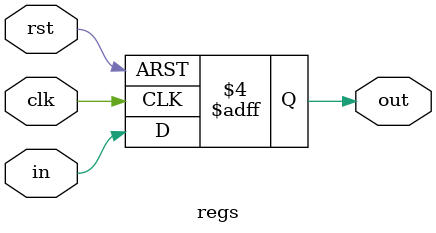
<source format=v>


module regs (clk,rst,in,out);

    input clk,rst,in;
    output reg out;

    always @(posedge clk or posedge rst) begin
        if (rst == 1'b1) begin			
            out <= 1'b0; // output 0 on rst
        end else if (clk == 1'b1) begin
            out <= in; // input = output
        end
    end
    
endmodule

</source>
